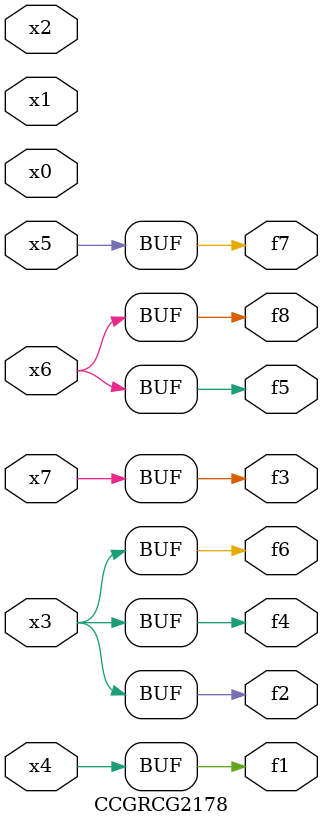
<source format=v>
module CCGRCG2178(
	input x0, x1, x2, x3, x4, x5, x6, x7,
	output f1, f2, f3, f4, f5, f6, f7, f8
);
	assign f1 = x4;
	assign f2 = x3;
	assign f3 = x7;
	assign f4 = x3;
	assign f5 = x6;
	assign f6 = x3;
	assign f7 = x5;
	assign f8 = x6;
endmodule

</source>
